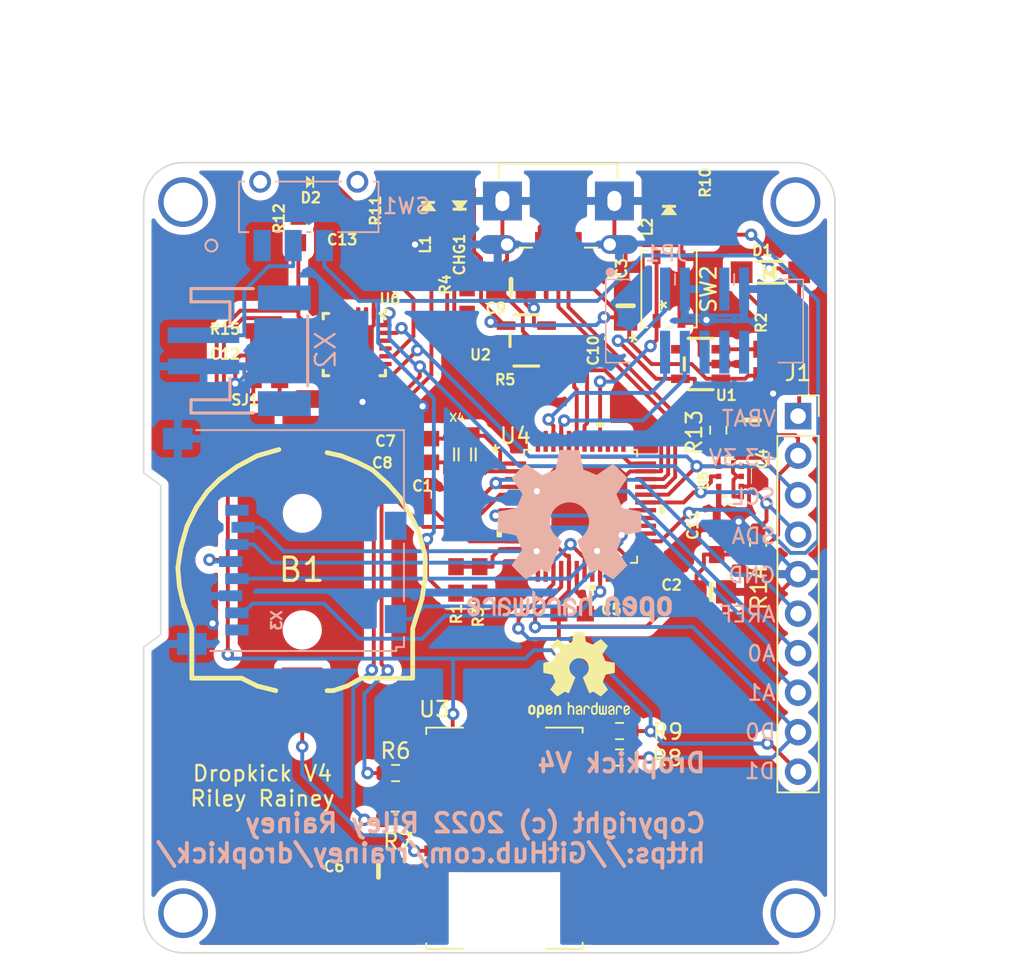
<source format=kicad_pcb>
(kicad_pcb (version 20211014) (generator pcbnew)
  (layers (0 "F.Cu" signal) (31 "B.Cu" signal) (34 "B.Paste" user) (35 "F.Paste" user) (36 "B.SilkS" user "B.Silkscreen") (37 "F.SilkS" user "F.Silkscreen") (38 "B.Mask" user) (39 "F.Mask" user) (44 "Edge.Cuts" user))
  (net 0 "")
  (net 1 "/VBACKUP")
  (net 2 "GND")
  (net 3 "/AREF")
  (net 4 "+3V3")
  (net 5 "VBUS")
  (net 7 "Net-(C7-Pad1)")
  (net 8 "Net-(C8-Pad1)")
  (net 9 "VBAT")
  (net 10 "Net-(C10-Pad1)")
  (net 11 "/REGOUT")
  (net 12 "/CPOUT")
  (net 13 "Net-(CHG1-PadC)")
  (net 14 "Net-(D2-PadA)")
  (net 15 "/EN")
  (net 16 "/D13")
  (net 17 "/D12")
  (net 18 "/D11")
  (net 19 "/D10")
  (net 20 "/D9")
  (net 21 "/D6")
  (net 22 "/D5")
  (net 23 "/SCL")
  (net 24 "/SDA")
  (net 25 "/D1")
  (net 26 "/D0")
  (net 27 "/MISO")
  (net 28 "/MOSI")
  (net 29 "/SCK")
  (net 30 "/A5")
  (net 31 "/A4")
  (net 32 "/A3")
  (net 33 "/A2")
  (net 34 "/A1")
  (net 35 "/A0")
  (net 36 "/~{RESET}")
  (net 37 "/D8")
  (net 38 "Net-(L1-PadC)")
  (net 39 "Net-(L2-PadA)")
  (net 41 "Net-(R7-Pad2)")
  (net 42 "/AD0")
  (net 43 "/SWCLK")
  (net 44 "/SWDIO")
  (net 45 "/SD_CS")
  (net 46 "/D3")
  (net 48 "/D2")
  (net 49 "/D7")
  (net 50 "/D-")
  (net 51 "/D+")
  (net 52 "Net-(SW1-Pad2)")
  (net 54 "Net-(R4-Pad1)")
  (net 55 "Net-(R5-Pad2)")
  (net 56 "Net-(R6-Pad2)")
  (net 57 "/SDA_EXT")
  (net 58 "/SCL_EXT")
  (net 59 "/INT")
  (net 60 "Net-(R8-Pad2)")
  (net 61 "Net-(R9-Pad2)")
  (net 73 "/{slash}RESET")
  (net 74 "/RF")
  (footprint "lib_fp:0603-NO" (layer "F.Cu") (at 71.453 56.85 180)
    (fp_text reference "C12")
    (fp_text value "0.1µF")
  )
  (footprint "lib_fp:CHIPLED_0805_NOOUTLINE" (layer "F.Cu") (at 83.82 47.21 180)
    (fp_text reference "CHG1")
    (fp_text value "ORANGE LED")
  )
  (footprint "lib_fp:0603-NO" (layer "F.Cu") (at 85.1103 71.284 -90)
    (fp_text reference "R3")
    (fp_text value "100K")
  )
  (footprint "lib_fp:KMR211NG LFS" (layer "F.Cu") (at 97.282 52.578 90)
    (fp_text reference "SW2")
    (fp_text value "KMR211NG_LFS" hide)
  )
  (footprint "lib_fp:0805-NO" (layer "F.Cu") (at 100 72.05)
    (fp_text reference "C2")
    (fp_text value "10µF")
  )
  (footprint "Resistor_SMD:R_0603_1608Metric" (layer "F.Cu") (at 79.675 86.7)
    (fp_text reference "R7")
    (fp_text value "33")
  )
  (footprint "lib_fp:0603-NO" (layer "F.Cu") (at 81.1063 62.198 180)
    (fp_text reference "C7")
    (fp_text value "22pF")
  )
  (footprint "lib_fp:MOUNTINGHOLE_2.5_PLATED" (layer "F.Cu") (at 105.41 46.99 90)
    (fp_text reference "H2" hide)
    (fp_text value "MountingHole")
  )
  (footprint "lib_fp:R_0603_1608Metric" (layer "F.Cu") (at 100.45 61.65 -90)
    (fp_text reference "R13")
    (fp_text value "10K")
  )
  (footprint "lib_fp:MOUNTINGHOLE_2.5_PLATED" (layer "F.Cu") (at 66.04 46.99)
    (fp_text reference "H1" hide)
    (fp_text value "MountingHole")
  )
  (footprint "lib_fp:0603-NO" (layer "F.Cu") (at 91.186 57.15 90)
    (fp_text reference "C10")
    (fp_text value "1µF")
  )
  (footprint "lib_fp:0603-NO" (layer "F.Cu") (at 81.1063 63.722 180)
    (fp_text reference "C8")
    (fp_text value "22pF")
  )
  (footprint "lib_fp:CHIPLED_0805_NOOUTLINE" (layer "F.Cu") (at 97.282 47.498)
    (fp_text reference "L2")
    (fp_text value "RED LED")
  )
  (footprint "lib_fp:R_0603_1608Metric" (layer "F.Cu") (at 103.01 68.87 90)
    (fp_text reference "R14")
    (fp_text value "10K")
  )
  (footprint "lib_fp:0603-NO" (layer "F.Cu") (at 88.9 58.547)
    (fp_text reference "R5")
    (fp_text value "1K")
  )
  (footprint "lib_fp:MOUNTINGHOLE_2.5_PLATED" (layer "F.Cu") (at 105.41 92.71)
    (fp_text reference "H4" hide)
    (fp_text value "MountingHole" hide)
  )
  (footprint "lib_fp:0805-NO" (layer "F.Cu") (at 102.6 61 90)
    (fp_text reference "C4")
    (fp_text value "10µF")
  )
  (footprint "lib_fp:CAM-M8C-0" (layer "F.Cu") (at 86.7 87.7 180)
    (fp_text reference "U3")
    (fp_text value "CAM-M8C-0" hide)
  )
  (footprint "lib_fp:0603-NO" (layer "F.Cu") (at 99.568 48.26 90)
    (fp_text reference "R10")
    (fp_text value "2.2K")
  )
  (footprint "lib_fp:MOUNTINGHOLE_2.5_PLATED" (layer "F.Cu") (at 66.04 92.71)
    (fp_text reference "H3" hide)
    (fp_text value "MountingHole")
  )
  (footprint "lib_fp:0603-NO" (layer "F.Cu") (at 91.05 73.45)
    (fp_text reference "C5")
    (fp_text value "1µF")
  )
  (footprint "lib_fp:0603-NO" (layer "F.Cu") (at 83.5863 71.284 90)
    (fp_text reference "R1")
    (fp_text value "100K")
  )
  (footprint "lib_fp:XTAL3215" (layer "F.Cu") (at 84.1543 63.214 90)
    (fp_text reference "X4")
    (fp_text value "32768Hz")
  )
  (footprint "lib_fp:0603-NO" (layer "F.Cu") (at 73.45 48.75 90)
    (fp_text reference "R12")
    (fp_text value "10K")
  )
  (footprint "lib_fp:SOT23-5" (layer "F.Cu") (at 99.314 57.4 90)
    (fp_text reference "U1")
    (fp_text value "SPX3819-3.3")
  )
  (footprint "Symbol:OSHW-Logo2_7.3x6mm_SilkScreen" (layer "F.Cu") (at 91.5 77.4)
    (fp_text reference "REF1" hide)
    (fp_text value "OSHW-Logo2_7.3x6mm_SilkScreen" hide)
  )
  (footprint "lib_fp:0805-NO" (layer "F.Cu") (at 94.488 53.655 90)
    (fp_text reference "C3")
    (fp_text value "10µF")
  )
  (footprint "lib_fp:4UCONN_20329_V2" (layer "F.Cu") (at 90.1696 48.8166 180)
    (fp_text reference "X1" hide)
    (fp_text value "USB micro-B" hide)
  )
  (footprint "lib_fp:0603-NO" (layer "F.Cu") (at 78.9432 49.6316)
    (fp_text reference "C13")
    (fp_text value "2.2nF")
  )
  (footprint "lib_fp:0805-NO" (layer "F.Cu") (at 87.122 52.451 180)
    (fp_text reference "C9")
    (fp_text value "10µF")
  )
  (footprint "lib_fp:CHIPLED_0603_NOOUTLINE" (layer "F.Cu") (at 74.2 45.7 -90)
    (fp_text reference "D2")
    (fp_text value "GREEN LED")
  )
  (footprint "lib_fp:0603-NO" (layer "F.Cu") (at 84.3 53.35 90)
    (fp_text reference "R4")
    (fp_text value "10K")
  )
  (footprint "lib_fp:0603-NO" (layer "F.Cu") (at 82.5543 66.564 180)
    (fp_text reference "C1")
    (fp_text value "1µF")
  )
  (footprint "lib_fp:SOD-123" (layer "F.Cu") (at 103.8 51.5)
    (fp_text reference "D1")
    (fp_text value "MBR120")
  )
  (footprint "lib_fp:0603-NO" (layer "F.Cu") (at 79.756 47.205 -90)
    (fp_text reference "R11")
    (fp_text value "1K")
  )
  (footprint "lib_fp:0805-NO" (layer "F.Cu") (at 78.6 89.9 180)
    (fp_text reference "C6")
    (fp_text value "10µF")
  )
  (footprint "Connector_PinSocket_2.54mm:PinSocket_1x10_P2.54mm_Vertical" (layer "F.Cu") (at 105.58 60.75)
    (fp_text reference "J1")
    (fp_text value "Conn_01x10")
  )
  (footprint "lib_fp:CR1220-2" (layer "F.Cu") (at 73.7 70.5 -90)
    (fp_text reference "B1")
    (fp_text value "CR1220")
  )
  (footprint "lib_fp:QFN24_4MM_SMSC" (layer "F.Cu") (at 77.05 56.15 -90)
    (fp_text reference "U6")
    (fp_text value "MPU-6050")
  )
  (footprint "lib_fp:0603-NO" (layer "F.Cu") (at 71.453 55.274 180)
    (fp_text reference "R15")
    (fp_text value "10K")
  )
  (footprint "Resistor_SMD:R_0603_1608Metric" (layer "F.Cu") (at 94.1 82.7 180)
    (fp_text reference "R8")
    (fp_text value "20" hide)
  )
  (footprint "lib_fp:ATSAMD21G15B-AU" (layer "F.Cu") (at 91.6 66.55)
    (fp_text reference "U4")
    (fp_text value "ATSAMD21G18A-AUT" hide)
  )
  (footprint "lib_fp:CHIPLED_0805_NOOUTLINE" (layer "F.Cu") (at 81.788 47.244)
    (fp_text reference "L1")
    (fp_text value "GREEN LED")
  )
  (footprint "lib_fp:0603-NO" (layer "F.Cu") (at 103.2 57.3 90)
    (fp_text reference "R2")
    (fp_text value "100K")
  )
  (footprint "Resistor_SMD:R_0603_1608Metric" (layer "F.Cu") (at 94.1 81 180)
    (fp_text reference "R9")
    (fp_text value "20" hide)
  )
  (footprint "Resistor_SMD:R_0603_1608Metric" (layer "F.Cu") (at 79.7 83.7)
    (fp_text reference "R6")
    (fp_text value "33")
  )
  (footprint "lib_fp:0603-NO" (layer "F.Cu") (at 71.4 58.45 180)
    (fp_text reference "SJ1")
    (fp_text value "SOLDERJUMPER")
  )
  (footprint "lib_fp:SOT23-5" (layer "F.Cu") (at 88.1079 55.88 90)
    (fp_text reference "U2")
    (fp_text value "MCP73831T-2ACI/OT")
  )
  (footprint "lib_fp:DPS310XTSA1" (layer "F.Cu") (at 101.2 64.95 90)
    (fp_text reference "U5")
    (fp_text value "DPS310XTSA1" hide)
  )
  (footprint "lib_fp:0603-NO" (layer "F.Cu") (at 100.35 68.8 90)
    (fp_text reference "C11")
    (fp_text value "0.1µF")
  )
  (footprint "lib_fp:MICROSD" (layer "B.Cu") (at 80.14 75.8 90)
    (fp_text reference "X3")
    (fp_text value "microsd")
  )
  (footprint "lib_fp:JSTPH2" (layer "B.Cu") (at 71.05 56.55 90)
    (fp_text reference "X2")
    (fp_text value "JSTPH" hide)
  )
  (footprint "lib_fp:450405020524" (layer "B.Cu") (at 71.12 49.784)
    (fp_text reference "SW1")
    (fp_text value "450405020524" hide)
  )
  (footprint "lib_fp:3221-10-0300-00-TR" (layer "B.Cu") (at 99.568 54.61)
    (fp_text reference "JP1")
    (fp_text value "3221-10-0300-00-TR" hide)
  )
  (footprint "lib_fp:OSHW-Logo2_14.6x12mm_SilkScreen" (layer "B.Cu") (at 90.88 68.48 180)
    (fp_text reference "REF2" hide)
    (fp_text value "OSHW-Logo2_14.6x12mm_SilkScreen" hide)
  )
  (gr_line (start 64.6 65.2) (end 63.5 64.4) (layer "Edge.Cuts") (width 0.1))
  (gr_line (start 84.836 95.25) (end 70.104 95.25) (layer "Edge.Cuts") (width 0.1))
  (gr_line (start 105.41 95.25) (end 84.836 95.25) (layer "Edge.Cuts") (width 0.1))
  (gr_line (start 64.6 74.8) (end 64.6 65.2) (layer "Edge.Cuts") (width 0.1))
  (gr_arc (start 63.5 46.99) (mid 64.243949 45.193949) (end 66.04 44.45) (layer "Edge.Cuts") (width 0.1))
  (gr_arc (start 105.41 44.45) (mid 107.206051 45.193949) (end 107.95 46.99) (layer "Edge.Cuts") (width 0.1))
  (gr_arc (start 66.04 95.25) (mid 64.243949 94.506051) (end 63.5 92.71) (layer "Edge.Cuts") (width 0.1))
  (gr_line (start 63.5 64.4) (end 63.5 46.99) (layer "Edge.Cuts") (width 0.1))
  (gr_line (start 105.41 44.45) (end 66.04 44.45) (layer "Edge.Cuts") (width 0.1))
  (gr_line (start 107.95 92.71) (end 107.95 46.99) (layer "Edge.Cuts") (width 0.1))
  (gr_line (start 63.5 92.71) (end 63.5 75.6) (layer "Edge.Cuts") (width 0.1))
  (gr_line (start 70.104 95.25) (end 66.04 95.25) (layer "Edge.Cuts") (width 0.1))
  (gr_arc (start 107.95 92.71) (mid 107.206051 94.506051) (end 105.41 95.25) (layer "Edge.Cuts") (width 0.1))
  (gr_line (start 63.5 75.6) (end 64.6 74.8) (layer "Edge.Cuts") (width 0.1))
  (gr_text "VBAT" (at 102.41 60.9) (layer "B.SilkS") (effects (font (size 1 1)) (justify mirror)))
  (gr_text "Dropkick V4\n\nCopyright (c) 2022 Riley Rainey\nhttps://GitHub.com/rrainey/dropkick/" (at 99.76 85.95) (layer "B.SilkS") (effects (font (size 1.2 1.2) (thickness 0.25)) (justify left mirror)))
  (gr_text "AREF" (at 102.316667 73.49444) (layer "B.SilkS") (effects (font (size 1 1)) (justify mirror)))
  (gr_text "GND" (at 102.602381 70.975552) (layer "B.SilkS") (effects (font (size 1 1)) (justify mirror)))
  (gr_text "SCL" (at 102.745238 65.937776) (layer "B.SilkS") (effects (font (size 1 1)) (justify mirror)))
  (gr_text "D1" (at 103.12 83.57) (layer "B.SilkS") (effects (font (size 1 1)) (justify mirror)))
  (gr_text "A0" (at 103.221429 76.013328) (layer "B.SilkS") (effects (font (size 1 1)) (justify mirror)))
  (gr_text "D0" (at 103.15 81.051104) (layer "B.SilkS") (effects (font (size 1 1)) (justify mirror)))
  (gr_text "A1" (at 103.221429 78.532216) (layer "B.SilkS") (effects (font (size 1 1)) (justify mirror)))
  (gr_text "+3.3V" (at 102.08 63.418888) (layer "B.SilkS") (effects (font (size 1 1)) (justify mirror)))
  (gr_text "SDA" (at 102.721429 68.456664) (layer "B.SilkS") (effects (font (size 1 1)) (justify mirror)))
  (gr_text "Dropkick V4\nRiley Rainey" (at 71.14 84.53) (layer "F.SilkS") (effects (font (size 1 1))))
  (segment (start 73.7 81.6) (end 73.7 82) (width 0.25) (layer "F.Cu") (net 1))
  (segment (start 82.3 88.700001) (end 81.200001 88.700001) (width 0.25) (layer "F.Cu") (net 1))
  (segment (start 73.7 78.91) (end 73.7 81.6) (width 0.25) (layer "F.Cu") (net 1))
  (segment (start 81.200001 88.700001) (end 80.9 88.7) (width 0.25) (layer "F.Cu") (net 1))
  (via (at 73.7 82) (size 0.8) (drill 0.4) (layers "F.Cu" "B.Cu") (net 1))
  (via (at 80.9 88.7) (size 0.8) (drill 0.4) (layers "F.Cu" "B.Cu") (net 1))
  (segment (start 73.7 82) (end 73.7 83.8) (width 0.25) (layer "B.Cu") (net 1))
  (segment (start 79.9 87.7) (end 77.6 87.7) (width 0.25) (layer "B.Cu") (net 1))
  (segment (start 80.9 88.7) (end 79.9 87.7) (width 0.25) (layer "B.Cu") (net 1))
  (segment (start 73.7 83.8) (end 77.6 87.7) (width 0.25) (layer "B.Cu") (net 1))
  (segment (start 85.8574 57.4484) (end 83.4747 55.0657) (width 0.25) (layer "F.Cu") (net 2))
  (segment (start 99.6888 54.5678) (end 99.6888 57.4) (width 0.25) (layer "F.Cu") (net 2))
  (segment (start 104.44 72.05) (end 105.58 70.91) (width 0.25) (layer "F.Cu") (net 2))
  (segment (start 90.3333 56.2726) (end 90.3333 55.88) (width 0.25) (layer "F.Cu") (net 2))
  (segment (start 95.6365 49.7582) (end 98.082 49.7582) (width 0.25) (layer "F.Cu") (net 2))
  (segment (start 92.0113 57.8004) (end 93.1597 57.8004) (width 0.25) (layer "F.Cu") (net 2))
  (segment (start 80.8642 49.6316) (end 80.9492 49.7166) (width 0.25) (layer "F.Cu") (net 2))
  (segment (start 89.408 55.88) (end 90.3333 55.88) (width 0.25) (layer "F.Cu") (net 2))
  (segment (start 80.2563 64.5473) (end 80.5129 64.5473) (width 0.25) (layer "F.Cu") (net 2))
  (segment (start 80.6685 49.6316) (end 80.8642 49.6316) (width 0.25) (layer "F.Cu") (net 2))
  (segment (start 94.6193 69.7191) (end 94.9595 70.0593) (width 0.25) (layer "F.Cu") (net 2))
  (segment (start 88.4827 55.88) (end 88.4827 56.4944) (width 0.25) (layer "F.Cu") (net 2))
  (segment (start 87.4217 65.8) (end 86.4233 65.8) (width 0.25) (layer "F.Cu") (net 2))
  (segment (start 98.082 54.4355) (end 98.082 54.2431) (width 0.25) (layer "F.Cu") (net 2))
  (segment (start 77.2178 51.9406) (end 77.2178 48.8675) (width 0.25) (layer "F.Cu") (net 2))
  (segment (start 88.9703 49.4909) (end 88.9703 48.5912) (width 0.25) (layer "F.Cu") (net 2))
  (segment (start 90.3607 56.3) (end 90.3333 56.2726) (width 0.25) (layer "F.Cu") (net 2))
  (segment (start 97.282 46.448) (end 96.3567 46.448) (width 0.25) (layer "F.Cu") (net 2))
  (segment (start 86.172 52.451) (end 86.172 51.3757) (width 0.25) (layer "F.Cu") (net 2))
  (segment (start 101.925 65.275) (end 102.4253 65.275) (width 0.25) (layer "F.Cu") (net 2))
  (segment (start 92.0113 61.2119) (end 92.0113 57.8004) (width 0.25) (layer "F.Cu") (net 2))
  (segment (start 100.95 72.05) (end 104.44 72.05) (width 0.25) (layer "F.Cu") (net 2))
  (segment (start 79.7932 49.6316) (end 80.6685 49.6316) (width 0.25) (layer "F.Cu") (net 2))
  (segment (start 87.5287 57.4484) (end 85.8574 57.4484) (width 0.25) (layer "F.Cu") (net 2))
  (segment (start 79.7932 49.6316) (end 79.7932 48.9675) (width 0.25) (layer "F.Cu") (net 2))
  (segment (start 80.5129 64.5473) (end 81.7043 65.7387) (width 0.25) (layer "F.Cu") (net 2))
  (segment (start 91.9 72.6247) (end 91.35 72.0747) (width 0.25) (layer "F.Cu") (net 2))
  (segment (start 90.9196 48.1419) (end 89.4196 48.1419) (width 0.25) (layer "F.Cu") (net 2))
  (segment (start 98.082 54.2431) (end 98.082 50.528) (width 0.25) (layer "F.Cu") (net 2))
  (segment (start 80.2563 61.3727) (end 81.4365 60.1925) (width 0.25) (layer "F.Cu") (net 2))
  (segment (start 103.6753 59.5959) (end 103.9731 59.2981) (width 0.25) (layer "F.Cu") (net 2))
  (segment (start 88.4827 56.4944) (end 87.5287 57.4484) (width 0.25) (layer "F.Cu") (net 2))
  (segment (start 84.8092 67.4141) (end 82.7443 67.4141) (width 0.25) (layer "F.Cu") (net 2))
  (segment (start 99.5565 54.4355) (end 99.6888 54.5678) (width 0.25) (layer "F.Cu") (net 2))
  (segment (start 102.4253 63.975) (end 102.4253 65.275) (width 0.25) (layer "F.Cu") (net 2))
  (segment (start 100.475 65.925) (end 100.475 65.275) (width 0.25) (layer "F.Cu") (net 2))
  (segment (start 73.73 62.73) (end 73.73 62.03) (width 0.25) (layer "F.Cu") (net 2))
  (segment (start 87.8828 55.2801) (end 88.4827 55.88) (width 0.25) (layer "F.Cu") (net 2))
  (segment (start 79.756 48.055) (end 79.756 48.9303) (width 0.25) (layer "F.Cu") (net 2))
  (segment (start 86.172 52.451) (end 87.8828 54.1618) (width 0.25) (layer "F.Cu") (net 2))
  (segment (start 88.8696 49.5916) (end 88.9703 49.4909) (width 0.25) (layer "F.Cu") (net 2))
  (segment (start 100.6141 57.4) (end 99.6888 57.4) (width 0.25) (layer "F.Cu") (net 2))
  (segment (start 74.95 45.7) (end 75.6753 45.7) (width 0.25) (layer "F.Cu") (net 2))
  (segment (start 96.7767 61.4174) (end 96.7767 64.3) (width 0.25) (layer "F.Cu") (net 2))
  (segment (start 99.5247 67.95) (end 97.4154 70.0593) (width 0.25) (layer "F.Cu") (net 2))
  (segment (start 95.5949 49.7166) (end 95.6365 49.7582) (width 0.25) (layer "F.Cu") (net 2))
  (segment (start 90.9196 46.8166) (end 90.9196 48.1419) (width 0.25) (layer "F.Cu") (net 2))
  (segment (start 80.2563 62.198) (end 80.2563 61.3727) (width 0.25) (layer "F.Cu") (net 2))
  (segment (start 93.1597 57.8004) (end 96.7767 61.4174) (width 0.25) (layer "F.Cu") (net 2))
  (segment (start 101.4073 67.718) (end 101.4073 67.5352) (width 0.25) (layer "F.Cu") (net 2))
  (segment (start 93.1701 65.9098) (end 93.1701 68.4044) (width 0.25) (layer "F.Cu") (net 2))
  (segment (start 91.9 73.45) (end 92.9115 73.45) (width 0.25) (layer "F.Cu") (net 2))
  (segment (start 94.4848 69.7191) (end 94.6193 69.7191) (width 0.25) (layer "F.Cu") (net 2))
  (segment (start 82.7443 67.4141) (end 81.7043 66.3741) (width 0.25) (layer "F.Cu") (net 2))
  (segment (start 97.4154 70.0593) (end 94.9595 70.0593) (width 0.25) (layer "F.Cu") (net 2))
  (segment (start 78.3 58.676196) (end 77.5755 59.400696) (width 0.25) (layer "F.Cu") (net 2))
  (segment (start 80.2563 63.722) (end 80.2563 64.5473) (width 0.25) (layer "F.Cu") (net 2))
  (segment (start 77.5755 59.400696) (end 77.5755 59.8355) (width 0.25) (layer "F.Cu") (net 2))
  (segment (start 92.9115 73.45) (end 94.9595 71.402) (width 0.25) (layer "F.Cu") (net 2))
  (segment (start 93.7696 46.9166) (end 93.7696 49.7166) (width 0.25) (layer "F.Cu") (net 2))
  (segment (start 86.8696 49.7166) (end 88.7446 49.7166) (width 0.25) (layer "F.Cu") (net 2))
  (segment (start 83.4747 55.0657) (end 83.4747 52.5) (width 0.25) (layer "F.Cu") (net 2))
  (segment (start 86.4233 65.8) (end 84.8092 67.4141) (width 0.25) (layer "F.Cu") (net 2))
  (segment (start 77.05 56.9) (end 75.05 56.9) (width 0.25) (layer "F.Cu") (net 2))
  (segment (start 86.8696 50.6781) (end 86.172 51.3757) (width 0.25) (layer "F.Cu") (net 2))
  (segment (start 100.475 65.925) (end 100.475 66.4253) (width 0.25) (layer "F.Cu") (net 2))
  (segment (start 86.5696 49.4166) (end 86.5696 46.9166) (width 0.25) (layer "F.Cu") (net 2))
  (segment (start 103.6753 60.05) (end 103.6753 59.5959) (width 0.25) (layer "F.Cu") (net 2))
  (segment (start 78.3 54.15) (end 78.3 53.0228) (width 0.25) (layer "F.Cu") (net 2))
  (segment (start 95.8881 46.9166) (end 96.3567 46.448) (width 0.25) (layer "F.Cu") (net 2))
  (segment (start 77.2178 48.8675) (end 78.0303 48.055) (width 0.25) (layer "F.Cu") (net 2))
  (segment (start 86.8696 49.7166) (end 86.8696 50.6781) (width 0.25) (layer "F.Cu") (net 2))
  (segment (start 80.2563 63.722) (end 80.2563 62.198) (width 0.25) (layer "F.Cu") (net 2))
  (segment (start 69.7277 56.85) (end 69.391 57.1867) (width 0.25) (layer "F.Cu") (net 2))
  (segment (start 101.4073 67.3576) (end 100.475 66.4253) (width 0.25) (layer "F.Cu") (net 2))
  (segment (start 88.5953 55.88) (end 88.4827 55.88) (width 0.25) (layer "F.Cu") (net 2))
  (segment (start 100.35 67.95) (end 99.5247 67.95) (width 0.25) (layer "F.Cu") (net 2))
  (segment (start 98.082 54.4355) (end 99.5565 54.4355) (width 0.25) (layer "F.Cu") (net 2))
  (segment (start 91.35 72.0747) (end 91.35 70.7283) (width 0.25) (layer "F.Cu") (net 2))
  (segment (start 93.1701 68.4044) (end 94.4848 69.7191) (width 0.25) (layer "F.Cu") (net 2))
  (segment (start 91.85 61.3732) (end 92.0113 61.2119) (width 0.25) (layer "F.Cu") (net 2))
  (segment (start 90.8722 56.3) (end 90.3607 56.3) (width 0.25) (layer "F.Cu") (net 2))
  (segment (start 81.4365 60.1925) (end 81.4365 60.1169) (width 0.25) (layer "F.Cu") (net 2))
  (segment (start 94.488 52.705) (end 94.488 49.7166) (width 0.25) (layer "F.Cu") (net 2))
  (segment (start 88.7446 49.7166) (end 88.8696 49.5916) (width 0.25) (layer "F.Cu") (net 2))
  (segment (start 101.7621 67.5352) (end 102.4253 66.872) (width 0.25) (layer "F.Cu") (net 2))
  (segment (start 96.7767 64.3) (end 94.7799 64.3) (width 0.25) (layer "F.Cu") (net 2))
  (segment (start 92.0113 57.8004) (end 92.0113 56.3) (width 0.25) (layer "F.Cu") (net 2))
  (segment (start 70.603 56.85) (end 69.7277 56.85) (width 0.25) (layer "F.Cu") (net 2))
  (segment (start 78.3 58.15) (end 78.3 58.676196) (width 0.25) (layer "F.Cu") (net 2))
  (segment (start 70.603 56.85) (end 70.603 55.274) (width 0.25) (layer "F.Cu") (net 2))
  (segment (start 75.6753 45.7) (end 78.0303 48.055) (width 0.25) (layer "F.Cu") (net 2))
  (segment (start 101.7621 67.5352) (end 101.4073 67.5352) (width 0.25) (layer "F.Cu") (net 2))
  (segment (start 94.9595 71.402) (end 94.9595 70.0593) (width 0.25) (layer "F.Cu") (net 2))
  (segment (start 94.7799 64.3) (end 93.1701 65.9098) (width 0.25) (layer "F.Cu") (net 2))
  (segment (start 100.35 67.95) (end 101.1753 67.95) (width 0.25) (layer "F.Cu") (net 2))
  (segment (start 101.1753 67.95) (end 101.4073 67.718) (width 0.25) (layer "F.Cu") (net 2))
  (segment (start 78.3 57.6813) (end 77.5187 56.9) (width 0.25) (layer "F.Cu") (net 2))
  (segment (start 93.7696 46.9166) (end 95.8881 46.9166) (width 0.25) (layer "F.Cu") (net 2))
  (segment (start 101.925 63.975) (end 102.4253 63.975) (width 0.25) (layer "F.Cu") (net 2))
  (segment (start 101.4073 67.5352) (end 101.4073 67.3576) (width 0.25) (layer "F.Cu") (net 2))
  (segment (start 89.4196 46.8166) (end 89.4196 48.1419) (width 0.25) (layer "F.Cu") (net 2))
  (segment (start 94.488 49.7166) (end 95.5949 49.7166) (width 0.25) (layer "F.Cu") (net 2))
  (segment (start 84.3 52.5) (end 83.4747 52.5) (width 0.25) (layer "F.Cu") (net 2))
  (segment (start 75.9245 59.8355) (end 77.5755 59.8355) (width 0.25) (layer "F.Cu") (net 2))
  (segment (start 78.0303 48.055) (end 79.756 48.055) (width 0.25) (layer "F.Cu") (net 2))
  (segment (start 88.9703 48.5912) (end 89.4196 48.1419) (width 0.25) (layer "F.Cu") (net 2))
  (segment (start 89.408 55.88) (end 88.5953 55.88) (width 0.25) (layer "F.Cu") (net 2))
  (segment (start 78.3 53.0228) (end 77.2178 51.9406) (width 0.25) (layer "F.Cu") (net 2))
  (segment (start 79.7932 48.9675) (end 79.756 48.9303) (width 0.25) (layer "F.Cu") (net 2))
  (segment (start 77.05 56.15) (end 78.3 54.9) (width 0.25) (layer "F.Cu") (net 2))
  (segment (start 73.73 62.03) (end 75.9245 59.8355) (width 0.25) (layer "F.Cu") (net 2))
  (segment (start 69.391 57.1867) (end 69.391 58.6543) (width 0.25) (layer "F.Cu") (net 2))
  (segment (start 78.3 58.15) (end 78.3 57.6813) (width 0.25) (layer "F.Cu") (net 2))
  (segment (start 78.3 54.9) (end 78.3 54.15) (width 0.25) (layer "F.Cu") (net 2))
  (segment (start 91.85 62.3717) (end 91.85 61.3732) (width 0.25) (layer "F.Cu") (net 2))
  (segment (start 98.082 50.528) (end 98.082 49.7582) (width 0.25) (layer "F.Cu") (net 2))
  (segment (start 102.4253 66.872) (end 102.4253 65.275) (width 0.25) (layer "F.Cu") (net 2))
  (segment (start 81.7043 66.2639) (end 81.7043 65.7387) (width 0.25) (layer "F.Cu") (net 2))
  (segment (start 102.6 60.05) (end 103.6753 60.05) (width 0.25) (layer "F.Cu") (net 2))
  (segment (start 91.186 56.3) (end 92.0113 56.3) (width 0.25) (layer "F.Cu") (net 2))
  (segment (start 91.9 73.45) (end 91.9 72.6247) (width 0.25) (layer "F.Cu") (net 2))
  (segment (start 87.8828 54.1618) (end 87.8828 55.2801) (width 0.25) (layer "F.Cu") (net 2))
  (via (at 80.9492 49.7166) (size 0.8) (drill 0.4) (layers "F.Cu" "B.Cu") (net 2))
  (via (at 99.6888 54.5678) (size 0.8) (drill 0.4) (layers "F.Cu" "B.Cu") (net 2))
  (via (at 101.7621 67.5352) (size 0.8) (drill 0.4) (layers "F.Cu" "B.Cu") (net 2))
  (via (at 69.391 58.6543) (size 0.8) (drill 0.4) (layers "F.Cu" "B.Cu") (net 2))
  (via (at 103.9731 59.2981) (size 0.8) (drill 0.4) (layers "F.Cu" "B.Cu") (net 2))
  (via (at 81.4365 60.1169) (size 0.8) (drill 0.4) (layers "F.Cu" "B.Cu") (net 2))
  (via (at 67.9339 74.0759) (size 0.8) (drill 0.4) (layers "F.Cu" "B.Cu") (net 2))
  (via (at 77.5755 59.8355) (size 0.8) (drill 0.4) (layers "F.Cu" "B.Cu") (net 2))
  (segment (start 81.1551 59.8355) (end 77.5755 59.8355) (width 0.25) (layer "B.Cu") (net 2))
  (segment (start 67.35 57.55) (end 69.9753 57.55) (width 0.25) (layer "B.Cu") (net 2))
  (segment (start 69.1 72.3) (end 68.0247 72.3) (width 0.25) (layer "B.Cu") (net 2))
  (segment (start 99.7092 54.5474) (end 99.6888 54.5678) (width 0.25) (layer "B.Cu") (net 2))
  (segment (start 86.8696 49.7166) (end 80.9492 49.7166) (width 0.25) (layer "B.Cu") (net 2))
  (segment (start 67.4164 73.5584) (end 67.4164 72.9083) (width 0.25) (layer "B.Cu") (net 2))
  (segment (start 103.09 68.42) (end 105.58 70.91) (width 0.25) (layer "B.Cu") (net 2))
  (segment (start 67.4163 73.5584) (end 66.6 74.3747) (width 0.25) (layer "B.Cu") (net 2))
  (segment (start 99.7092 54.4265) (end 99.568 54.2853) (width 0.25) (layer "B.Cu") (net 2))
  (segment (start 69.9753 58.198) (end 69.9753 57.55) (width 0.25) (layer "B.Cu") (net 2))
  (segment (start 67.4164 73.5584) (end 67.4163 73.5584) (width 0.25) (layer "B.Cu") (net 2))
  (segment (start 66.6 75.4) (end 66.6 74.3747) (width 0.25) (layer "B.Cu") (net 2))
  (segment (start 69.9753 58.198) (end 75.938 58.198) (width 0.25) (layer "B.Cu") (net 2))
  (segment (start 67.4164 72.9083) (end 68.0247 72.3) (width 0.25) (layer "B.Cu") (net 2))
  (segment (start 68.2204 58.6543) (end 69.391 58.6543) (width 0.25) (layer "B.Cu") (net 2))
  (segment (start 75.938 58.198) (end 77.5755 59.8355) (width 0.25) (layer "B.Cu") (net 2))
  (segment (start 103.9731 56.1504) (end 103.9731 59.2981) (width 0.25) (layer "B.Cu") (net 2))
  (segment (start 102.6469 68.42) (end 103.09 68.42) (width 0.25) (layer "B.Cu") (net 2))
  (segment (start 102.108 52.58) (end 102.108 54.2853) (width 0.25) (layer "B.Cu") (net 2))
  (segment (start 99.8504 54.2853) (end 99.7092 54.4265) (width 0.25) (layer "B.Cu") (net 2))
  (segment (start 67.9339 74.0759) (end 67.4164 73.5584) (width 0.25) (layer "B.Cu") (net 2))
  (segment (start 81.4365 60.1169) (end 81.1551 59.8355) (width 0.25) (layer "B.Cu") (net 2))
  (segment (start 102.108 54.2853) (end 103.9731 56.1504) (width 0.25) (layer "B.Cu") (net 2))
  (segment (start 69.391 58.6543) (end 69.519 58.6543) (width 0.25) (layer "B.Cu") (net 2))
  (segment (start 102.6469 68.42) (end 101.7621 67.5352) (width 0.25) (layer "B.Cu") (net 2))
  (segment (start 65.7 62.2) (end 65.7 61.1747) (width 0.25) (layer "B.Cu") (net 2))
  (segment (start 98.298 54.2853) (end 99.568 54.2853) (width 0.25) (layer "B.Cu") (net 2))
  (segment (start 99.7092 54.4265) (end 99.7092 54.5474) (width 0.25) (layer "B.Cu") (net 2))
  (segment (start 98.298 52.58) (end 98.298 54.2853) (width 0.25) (layer "B.Cu") (net 2))
  (segment (start 65.7 61.1747) (end 68.2204 58.6543) (width 0.25) (layer "B.Cu") (net 2))
  (segment (start 69.519 58.6543) (end 69.9753 58.198) (width 0.25) (layer "B.Cu") (net 2))
  (segment (start 93.4696 49.7166) (end 86.8696 49.7166) (width 0.25) (layer "B.Cu") (net 2))
  (segment (start 102.108 54.2853) (end 99.8504 54.2853) (width 0.25) (layer "B.Cu") (net 2))
  (segment (start 99.568 52.58) (end 99.568 54.2853) (width 0.25) (layer "B.Cu") (net 2))
  (segment (start 84.6306 66.564) (end 83.4043 66.564) (width 0.25) (layer "F.Cu") (net 3))
  (segment (start 86.1409 65.0537) (end 84.6306 66.564) (width 0.25) (layer "F.Cu") (net 3))
  (segment (start 86.3872 65.3) (end 86.1409 65.0537) (width 0.25) (layer "F.Cu") (net 3))
  (segment (start 87.4217 65.3) (end 86.3872 65.3) (width 0.25) (layer "F.Cu") (net 3))
  (via (at 86.1409 65.0537) (size 0.8) (drill 0.4) (layers "F.Cu" "B.Cu") (net 3))
  (segment (start 86.1409 65.0537) (end 86.35 64.8446) (width 0.25) (layer "B.Cu") (net 3))
  (segment (start 95.4168 64.8446) (end 101.5322 70.96) (width 0.25) (layer "B.Cu") (net 3))
  (segment (start 101.5322 70.96) (end 103.09 70.96) (width 0.25) (layer "B.Cu") (net 3))
  (segment (start 86.35 64.8446) (end 95.4168 64.8446) (width 0.25) (layer "B.Cu") (net 3))
  (segment (start 103.09 70.96) (end 105.58 73.45) (width 0.25) (layer "B.Cu") (net 3))
  (segment (start 98.9392 59.3142) (end 100.45 60.825) (width 0.25) (layer "F.Cu") (net 4))
  (segment (start 74.5215 55.4) (end 73.45 54.3285) (width 0.25) (layer "F.Cu") (net 4))
  (segment (start 95.8494 74.2753) (end 90.2 74.2753) (width 0.25) (layer "F.Cu") (net 4))
  (segment (start 98.9392 58.35) (end 98.9392 59.3142) (width 0.25) (layer "F.Cu") (net 4))
  (segment (start 90.85 70.7283) (end 90.85 69.7299) (width 0.25) (layer "F.Cu") (net 4))
  (segment (start 68.9171 69.9875) (end 68.9171 76.0829) (width 0.25) (layer "F.Cu") (net 4))
  (segment (start 104.3641 64.5059) (end 105.58 63.29) (width 0.25) (layer "F.Cu") (net 4))
  (segment (start 105.3953 61.9753) (end 102.6253 61.9753) (width 0.25) (layer "F.Cu") (net 4))
  (segment (start 102.6 61.95) (end 101.5247 61.95) (width 0.25) (layer "F.Cu") (net 4))
  (segment (start 105.58 62.16) (end 105.3953 61.9753) (width 0.25) (layer "F.Cu") (net 4))
  (segment (start 104.3 64.5059) (end 103.2291 63.435) (width 0.25) (layer "F.Cu") (net 4))
  (segment (start 80.5253 89.9) (end 80.7253 89.7) (width 0.25) (layer "F.Cu") (net 4))
  (segment (start 90.6706 69.7299) (end 90.85 69.7299) (width 0.25) (layer "F.Cu") (net 4))
  (segment (start 82.3 81.7) (end 83.3753 81.7) (width 0.25) (layer "F.Cu") (net 4))
  (segment (start 75.05 55.4) (end 74.5215 55.4) (width 0.25) (layer "F.Cu") (net 4))
  (segment (start 83.3753 81.7) (end 83.3753 79.9247) (width 0.25) (layer "F.Cu") (net 4))
  (segment (start 99.05 71.8032) (end 99.05 70.9747) (width 0.25) (layer "F.Cu") (net 4))
  (segment (start 87.4217 66.3) (end 88.3533 66.3) (width 0.25) (layer "F.Cu") (net 4))
  (segment (start 89.0871 66.304) (end 89.0871 68.1464) (width 0.25) (layer "F.Cu") (net 4))
  (segment (start 89.5169 64.6094) (end 90.7562 63.3701) (width 0.25) (layer "F.Cu") (net 4))
  (segment (start 94.35 63.3701) (end 90.85 63.3701) (width 0.25) (layer "F.Cu") (net 4))
  (segment (start 101.5247 61.8997) (end 101.5247 61.95) (width 0.25) (layer "F.Cu") (net 4))
  (segment (start 101.3908 64.3659) (end 101.6499 64.625) (width 0.25) (layer "F.Cu") (net 4))
  (segment (start 99.9374 69.65) (end 99.5247 69.65) (width 0.25) (layer "F.Cu") (net 4))
  (segment (start 101.3908 63.6499) (end 101.3908 64.3659) (width 0.25) (layer "F.Cu") (net 4))
  (segment (start 72.25 59.2753) (end 71.6269 59.8984) (width 0.25) (layer "F.Cu") (net 4))
  (segment (start 104.3 64.5059) (end 104.3641 64.5059) (width 0.25) (layer "F.Cu") (net 4))
  (segment (start 101.8752 64.625) (end 101.6499 64.625) (width 0.25) (layer "F.Cu") (net 4))
  (segment (start 105.58 63.29) (end 105.58 62.16) (width 0.25) (layer "F.Cu") (net 4))
  (segment (start 68.2 59.1813) (end 68.2 55.493) (width 0.25) (layer "F.Cu") (net 4))
  (segment (start 68.9171 69.9875) (end 67.7355 69.9875) (width 0.25) (layer "F.Cu") (net 4))
  (segment (start 90.2 73.45) (end 90.2 74.2753) (width 0.25) (layer "F.Cu") (net 4))
  (segment (start 98.0139 58.35) (end 98.9392 58.35) (width 0.25) (layer "F.Cu") (net 4))
  (segment (start 83.3753 89.7) (end 83.3753 81.7) (width 0.25) (layer "F.Cu") (net 4))
  (segment (start 99.5247 70.5) (end 99.05 70.9747) (width 0.25) (layer "F.Cu") (net 4))
  (segment (start 89.5169 65.8742) (end 89.5169 64.6094) (width 0.25) (layer "F.Cu") (net 4))
  (segment (start 75.8 58.15) (end 75.5 58.45) (width 0.25) (layer "F.Cu") (net 4))
  (segment (start 101.4247 64.8502) (end 101.4247 65.925) (width 0.25) (layer "F.Cu") (net 4))
  (segment (start 71.6269 59.8984) (end 68.9171 59.8984) (width 0.25) (layer "F.Cu") (net 4))
  (segment (start 98.0747 72.05) (end 95.8494 74.2753) (width 0.25) (layer "F.Cu") (net 4))
  (segment (start 100.35 69.65) (end 103.025 69.65) (width 0.25) (layer "F.Cu") (net 4))
  (segment (start 68.9171 59.8984) (end 68.2 59.1813) (width 0.25) (layer "F.Cu") (net 4))
  (segment (start 96.45 58.35) (end 94 55.9) (width 0.25) (layer "F.Cu") (net 4))
  (segment (start 104.3 68.37) (end 104.3 64.5059) (width 0.25) (layer "F.Cu") (net 4))
  (segment (start 72.25 58.45) (end 72.25 59.2753) (width 0.25) (layer "F.Cu") (net 4))
  (segment (start 68.2 55.493) (end 69.7194 53.9736) (width 0.25) (layer "F.Cu") (net 4))
  (segment (start 90.2 72.6247) (end 90.85 71.9747) (width 0.25) (layer "F.Cu") (net 4))
  (segment (start 73.45 53.9736) (end 73.45 49.6) (width 0.25) (layer "F.Cu") (net 4))
  (segment (start 89.0871 66.304) (end 89.5169 65.8742) (width 0.25) (layer "F.Cu") (net 4))
  (segment (start 100.45 60.825) (end 101.5247 61.8997) (width 0.25) (layer "F.Cu") (net 4))
  (segment (start 99.9374 69.65) (end 100.35 69.65) (width 0.25) (layer "F.Cu") (net 4))
  (segment (start 68.9171 59.8984) (end 68.9171 69.9875) (width 0.25) (layer "F.Cu") (net 4))
  (segment (start 103.2291 63.435) (end 101.6057 63.435) (width 0.25) (layer "F.Cu") (net 4))
  (segment (start 88.3573 66.304) (end 89.0871 66.304) (width 0.25) (layer "F.Cu") (net 4))
  (segment (start 103.15 69.52) (end 104.3 68.37) (width 0.25) (layer "F.Cu") (net 4))
  (segment (start 101.925 65.925) (end 101.4247 65.925) (width 0.25) (layer "F.Cu") (net 4))
  (segment (start 90.2 74.2753) (end 90.2 75.7) (width 0.25) (layer "F.Cu") (net 4))
  (segment (start 99.5247 69.65) (end 99.5247 70.5) (width 0.25) (layer "F.Cu") (net 4))
  (segment (start 73.45 54.3285) (end 73.45 53.9736) (width 0.25) (layer "F.Cu") (net 4))
  (segment (start 90.7562 63.3701) (end 90.85 63.3701) (width 0.25) (layer "F.Cu") (net 4))
  (segment (start 82.3 89.7) (end 83.3753 89.7) (width 0.25) (layer "F.Cu") (net 4))
  (segment (start 90.85 62.3717) (end 90.85 63.3701) (width 0.25) (layer "F.Cu") (net 4))
  (segment (start 90.85 71.9747) (end 90.85 70.7283) (width 0.25) (layer "F.Cu") (net 4))
  (segment (start 90.2 75.7) (end 90.1 75.8) (width 0.25) (layer "F.Cu") (net 4))
  (segment (start 79.55 89.9) (end 80.5253 89.9) (width 0.25) (layer "F.Cu") (net 4))
  (segment (start 75.5 58.45) (end 72.25 58.45) (width 0.25) (layer "F.Cu") (net 4))
  (segment (start 101.6499 64.625) (end 101.4247 64.8502) (width 0.25) (layer "F.Cu") (net 4))
  (segment (start 98.0139 58.35) (end 96.45 58.35) (width 0.25) (layer "F.Cu") (net 4))
  (segment (start 101.6057 63.435) (end 101.3908 63.6499) (width 0.25) (layer "F.Cu") (net 4))
  (segment (start 95.7783 63.8) (end 94.7799 63.8) (width 0.25) (layer "F.Cu") (net 4))
  (segment (start 99.05 72.05) (end 98.0747 72.05) (width 0.25) (layer "F.Cu") (net 4))
  (segment (start 94.7799 63.8) (end 94.35 63.3701) (width 0.25) (layer "F.Cu") (net 4))
  (segment (start 80.7253 89.7) (end 82.3 89.7) (width 0.25) (layer "F.Cu") (net 4))
  (segment (start 83.3753 79.9247) (end 83.4 79.9) (width 0.25) (layer "F.Cu") (net 4))
  (segment (start 88.3533 66.3) (end 88.3573 66.304) (width 0.25) (layer "F.Cu") (net 4))
  (segment (start 69.7194 53.9736) (end 73.45 53.9736) (width 0.25) (layer "F.Cu") (net 4))
  (segment (start 89.0871 68.1464) (end 90.6706 69.7299) (width 0.25) (layer "F.Cu") (net 4))
  (segment (start 90.2 73.45) (end 90.2 72.6247) (width 0.25) (layer "F.Cu") (net 4))
  (via (at 83.4 79.9) (size 0.8) (drill 0.4) (layers "F.Cu" "B.Cu") (net 4))
  (via (at 94 55.9) (size 0.8) (drill 0.4) (layers "F.Cu" "B.Cu") (net 4))
  (via (at 68.9171 76.0829) (size 0.8) (drill 0.4) (layers "F.Cu" "B.Cu") (net 4))
  (via (at 90.1 75.8) (size 0.8) (drill 0.4) (layers "F.Cu" "B.Cu") (net 4))
  (via (at 67.7355 69.9875) (size 0.8) (drill 0.4) (layers "F.Cu" "B.Cu") (net 4))
  (segment (start 83.24125 76.34125) (end 69.17545 76.34125) (width 0.25) (layer "B.Cu") (net 4))
  (segment (start 97.028 53.972) (end 97.028 52.58) (width 0.25) (layer "B.Cu") (net 4))
  (segment (start 83.4 76.5) (end 83.24125 76.34125) (width 0.25) (layer "B.Cu") (net 4))
  (segment (start 69.1 70.1) (end 68.0247 70.1) (width 0.25) (layer "B.Cu") (net 4))
  (segment (start 67.7355 69.9875) (end 67.9122 69.9875) (width 0.25) (layer "B.Cu") (net 4))
  (segment (start 95.1 55.9) (end 97.028 53.972) (width 0.25) (layer "B.Cu") (net 4))
  (segment (start 88.04125 76.34125) (end 88.5825 75.8) (width 0.25) (layer "B.Cu") (net 4))
  (segment (start 88.5825 75.8) (end 90.1 75.8) (width 0.25) (layer "B.Cu") (net 4))
  (segment (start 88.04125 76.34125) (end 83.24125 76.34125) (width 0.25) (layer "B.Cu") (net 4))
  (segment (start 69.17545 76.34125) (end 68.9171 76.0829) (width 0.25) (layer "B.Cu") (net 4))
  (segment (start 83.4 79.9) (end 83.4 76.5) (width 0.25) (layer "B.Cu") (net 4))
  (segment (start 67.9122 69.9875) (end 68.0247 70.1) (width 0.25) (layer "B.Cu") (net 4))
  (segment (start 94 55.9) (end 95.1 55.9) (width 0.25) (layer "B.Cu") (net 4))
  (segment (start 104.0253 58.15) (end 104.0253 54.6006) (width 0.25) (layer "F.Cu") (net 5))
  (segment (start 94.724501 55.965301) (end 94.724501 54.841501) (width 0.25) (layer "F.Cu") (net 5))
  (segment (start 103.2 58.15) (end 104.0253 58.15) (width 0.25) (layer "F.Cu") (net 5))
  (segment (start 101.95 51.5) (end 101.95 52.5253) (width 0.25) (layer "F.Cu") (net 5))
  (segment (start 83.82 46.16) (end 84.7453 46.16) (width 0.25) (layer "F.Cu") (net 5))
  (segment (start 91.4696 49.5916) (end 91.4696 51.5866) (width 0.25) (layer "F.Cu") (net 5))
  (segment (start 99.6888 58.35) (end 98.7416 57.4028) (width 0.25) (layer "F.Cu") (net 5))
  (segment (start 84.7453 49.3322) (end 84.7453 46.16) (width 0.25) (layer "F.Cu") (net 5))
  (segment (start 85.1966 53.4051) (end 85.1966 50.6161) (width 0.25) (layer "F.Cu") (net 5))
  (segment (start 96.162 57.4028) (end 94.724501 55.965301) (width 0.25) (layer "F.Cu") (net 5))
  (segment (start 102.3747 58.15) (end 102.1747 58.35) (width 0.25) (layer "F.Cu") (net 5))
  (segment (start 93.1 54.4) (end 94.283 54.4) (width 0.25) (layer "F.Cu") (net 5))
  (segment (start 98.7416 57.4028) (end 96.162 57.4028) (width 0.25) (layer "F.Cu") (net 5))
  (segment (start 84.7442 50.1637) (end 84.7442 49.3333) (width 0.25) (layer "F.Cu") (net 5))
  (segment (start 84.7442 49.3333) (end 84.7453 49.3322) (width 0.25) (layer "F.Cu") (net 5))
  (segment (start 86.054598 54.93) (end 85.812299 54.687701) (width 0.25) (layer "F.Cu") (net 5))
  (segment (start 86.8078 54.93) (end 86.054598 54.93) (width 0.25) (layer "F.Cu") (net 5))
  (segment (start 103.2 58.15) (end 102.3747 58.15) (width 0.25) (layer "F.Cu") (net 5))
  (segment (start 102.1747 58.35) (end 100.6141 58.35) (width 0.25) (layer "F.Cu") (net 5))
  (segment (start 86.7215 54.93) (end 85.1966 53.4051) (width 0.25) (layer "F.Cu") (net 5))
  (segment (start 104.0253 54.6006) (end 101.95 52.5253) (width 0.25) (layer "F.Cu") (net 5))
  (segment (start 85.1966 50.6161) (end 84.7442 50.1637) (width 0.25) (layer "F.Cu") (net 5))
  (segment (start 91.4696 51.5866) (end 94.488 54.605) (width 0.25) (layer "F.Cu") (net 5))
  (segment (start 100.6141 58.35) (end 99.6888 58.35) (width 0.25) (layer "F.Cu") (net 5))
  (via (at 93.1 54.4) (size 0.8) (drill 0.4) (layers "F.Cu" "B.Cu") (net 5))
  (via (at 85.812299 54.687701) (size 0.8) (drill 0.4) (layers "F.Cu" "B.Cu") (net 5))
  (segment (start 92.6 54.9) (end 86.024598 54.9) (width 0.25) (layer "B.Cu") (net 5))
  (segment (start 93.1 54.4) (end 92.6 54.9) (width 0.25) (layer "B.Cu") (net 5))
  (segment (start 86.024598 54.9) (end 85.812299 54.687701) (width 0.25) (layer "B.Cu") (net 5))
  (segment (start 84.1543 62.014) (end 82.879 62.014) (width 0.25) (layer "F.Cu") (net 7))
  (segment (start 82.879 62.1506) (end 82.8316 62.198) (width 0.25) (layer "F.Cu") (net 7))
  (segment (start 87.4217 63.8) (end 86.4233 63.8) (width 0.25) (layer "F.Cu") (net 7))
  (segment (start 82.879 62.014) (end 82.879 62.1506) (width 0.25) (layer "F.Cu") (net 7))
  (segment (start 86.4233 63.8) (end 86.4233 63.0077) (width 0.25) (layer "F.Cu") (net 7))
  (segment (start 84.1543 62.014) (end 85.4296 62.014) (width 0.25) (layer "F.Cu") (net 7))
  (segment (start 86.4233 63.0077) (end 85.4296 62.014) (width 0.25) (layer "F.Cu") (net 7))
  (segment (start 81.9563 62.198) (end 82.8316 62.198) (width 0.25) (layer "F.Cu") (net 7))
  (segment (start 82.879 64.414) (end 82.879 63.7694) (width 0.25) (layer "F.Cu") (net 8))
  (segment (start 81.9563 63.722) (end 82.8316 63.722) (width 0.25) (layer "F.Cu") (net 8))
  (segment (start 84.1543 64.414) (end 85.4296 64.414) (width 0.25) (layer "F.Cu") (net 8))
  (segment (start 84.1543 64.414) (end 82.879 64.414) (width 0.25) (layer "F.Cu") (net 8))
  (segment (start 85.5436 64.3) (end 85.4296 64.414) (width 0.25) (layer "F.Cu") (net 8))
  (segment (start 87.4217 64.3) (end 85.5436 64.3) (width 0.25) (layer "F.Cu") (net 8))
  (segment (start 82.879 63.7694) (end 82.8316 63.722) (width 0.25) (layer "F.Cu") (net 8))
  (segment (start 88.4728 53.927) (end 88.5917 53.8081) (width 0.25) (layer "F.Cu") (net 9))
  (segment (start 83.5863 72.134) (end 82.761 72.134) (width 0.25) (layer "F.Cu") (net 9))
  (segment (start 105.65 51.5) (end 105.65 60.75) (width 0.25) (layer "F.Cu") (net 9))
  (segment (start 81.7184 68.654) (end 81.7184 71.0914) (width 0.25) (layer "F.Cu") (net 9))
  (segment (start 105.65 51.5) (end 104.6247 51.5) (width 0.25) (layer "F.Cu") (net 9))
  (segment (start 89.408 54.93) (end 88.5953 54.93) (width 0.25) (layer "F.Cu") (net 9))
  (segment (start 81.7184 71.0914) (end 82.761 72.134) (width 0.25) (layer "F.Cu") (net 9))
  (segment (start 88.4728 53.927) (end 88.072 53.5263) (width 0.25) (layer "F.Cu") (net 9))
  (segment (start 104.3717 51.247) (end 104.6247 51.5) (width 0.25) (layer "F.Cu") (net 9))
  (segment (start 88.5953 54.0496) (end 88.4728 53.927) (width 0.25) (layer "F.Cu") (net 9))
  (segment (start 88.5953 54.93) (end 88.5953 54.0496) (width 0.25) (layer "F.Cu") (net 9))
  (segment (start 88.072 52.451) (end 88.072 53.5263) (width 0.25) (layer "F.Cu") (net 9))
  (segment (start 103.7152 51.247) (end 104.3717 51.247) (width 0.25) (layer "F.Cu") (net 9))
  (via (at 88.5917 53.8081) (size 0.8) (drill 0.4) (layers "F.Cu" "B.Cu") (net 9))
  (via (at 103.7152 51.247) (size 0.8) (drill 0.4) (layers "F.Cu" "B.Cu") (net 9))
  (via (at 81.7184 68.654) (size 0.8) (drill 0.4) (layers "F.Cu" "B.Cu") (net 9))
  (segment (start 78.5808 53.3436) (end 78.5808 56.0346) (width 0.25) (layer "B.Cu") (net 9))
  (segment (start 88.5917 53.8081) (end 88.5917 53.3436) (width 0.25) (layer "B.Cu") (net 9))
  (segment (start 75.12 49.784) (end 75.12 51.1126) (width 0.25) (layer "B.Cu") (net 9))
  (segment (start 102.8925 50.4243) (end 103.7152 51.247) (width 0.25) (layer "B.Cu") (net 9))
  (segment (start 95.595 50.4243) (end 102.8925 50.4243) (width 0.25) (layer "B.Cu") (net 9))
  (segment (start 78.5808 56.0346) (end 82.1619 59.6157) (width 0.25) (layer "B.Cu") (net 9))
  (segment (start 88.5917 53.3436) (end 78.5808 53.3436) (width 0.25) (layer "B.Cu") (net 9))
  (segment (start 88.5917 53.3436) (end 92.6757 53.3436) (width 0.25) (layer "B.Cu") (net 9))
  (segment (start 82.1619 59.6157) (end 82.1619 68.2105) (width 0.25) (layer "B.Cu") (net 9))
  (segment (start 77.351 53.3436) (end 75.12 51.1126) (width 0.25) (layer "B.Cu") (net 9))
  (segment (start 78.5808 53.3436) (end 77.351 53.3436) (width 0.25) (layer "B.Cu") (net 9))
  (segment (start 82.1619 68.2105) (end 81.7184 68.654) (width 0.25) (layer "B.Cu") (net 9))
  (segment (start 92.6757 53.3436) (end 95.595 50.4243) (width 0.25) (layer "B.Cu") (net 9))
  (segment (start 91.35 59.0393) (end 91.186 58.8753) (width 0.25) (layer "F.Cu") (net 10))
  (segment (start 91.186 58) (end 91.186 58.8753) (width 0.25) (layer "F.Cu") (net 10))
  (segment (start 91.35 62.3717) (end 91.35 59.0393) (width 0.25) (layer "F.Cu") (net 10))
  (segment (start 73.6283 56.4) (end 73.1783 56.85) (width 0.25) (layer "F.Cu") (net 11))
  (segment (start 72.303 56.85) (end 73.1783 56.85) (width 0.25) (layer "F.Cu") (net 11))
  (segment (start 75.05 56.4) (end 73.6283 56.4) (width 0.25) (layer "F.Cu") (net 11))
  (segment (start 80.8505 53.2142) (end 78.0932 50.4569) (width 0.25) (layer "F.Cu") (net 12))
  (segment (start 80.8505 55.621) (end 80.8505 53.2142) (width 0.25) (layer "F.Cu") (net 12))
  (segment (start 79.5715 56.9) (end 80.8505 55.621) (width 0.25) (layer "F.Cu") (net 12))
  (segment (start 79.05 56.9) (end 79.5715 56.9) (width 0.25) (layer "F.Cu") (net 12))
  (segment (start 78.0932 49.6316) (end 78.0932 50.4569) (width 0.25) (layer "F.Cu") (net 12))
  (segment (start 83.0203 55.2482) (end 83.0203 49.985) (width 0.25) (layer "F.Cu") (net 13))
  (segment (start 83.82 48.26) (end 83.82 49.1853) (width 0.25) (layer "F.Cu") (net 13))
  (segment (start 83.0203 49.985) (end 83.82 49.1853) (width 0.25) (layer "F.Cu") (net 13))
  (segment (start 88.05 58.547) (end 86.3191 58.547) (width 0.25) (layer "F.Cu") (net 13))
  (segment (start 86.3191 58.547) (end 83.0203 55.2482) (width 0.25) (layer "F.Cu") (net 13))
  (segment (start 73.45 45.7) (end 73.45 47.9) (width 0.25) (layer "F.Cu") (net 14))
  (segment (start 100.6141 56.45) (end 103.2 56.45) (width 0.25) (layer "F.Cu") (net 15))
  (segment (start 95.7783 68.8) (end 96.7767 68.8) (width 0.25) (layer "F.Cu") (net 16))
  (segment (start 99.568 49.11) (end 100.3933 49.11) (width 0.25) (layer "F.Cu") (net 16))
  (segment (start 100.4173 49.086) (end 100.3933 49.11) (width 0.25) (layer "F.Cu") (net 16))
  (segment (start 96.7767 68.8) (end 96.7767 68.7686) (width 0.25) (layer "F.Cu") (net 16))
  (segment (start 102.5611 49.086) (end 100.4173 49.086) (width 0.25) (layer "F.Cu") (net 16))
  (segment (start 96.7767 68.7686) (end 98.5716 66.9737) (width 0.25) (layer "F.Cu") (net 16))
  (via (at 102.5611 49.086) (size 0.8) (drill 0.4) (layers "F.Cu" "B.Cu") (net 16))
  (via (at 98.5716 66.9737) (size 0.8) (drill 0.4) (layers "F.Cu" "B.Cu") (net 16))
  (segment (start 102.6137 49.086) (end 102.5611 49.086) (width 0.25) (layer "B.Cu") (net 16))
  (segment (start 106.8754 68.73561) (end 106.8754 53.3477) (width 0.25) (layer "B.Cu") (net 16))
  (segment (start 106.066499 69.544511) (end 106.8754 68.73561) (width 0.25) (layer "B.Cu") (net 16))
  (segment (start 105.093501 69.544511) (end 106.066499 69.544511) (width 0.25) (layer "B.Cu") (net 16))
  (segment (start 106.8754 53.3477) (end 102.6137 49.086) (width 0.25) (layer "B.Cu") (net 16))
  (segment (start 98.5716 66.9737) (end 98.7715 66.7738) (width 0.25) (layer "B.Cu") (net 16))
  (segment (start 102.32279 66.7738) (end 105.093501 69.544511) (width 0.25) (layer "B.Cu") (net 16))
  (segment (start 98.7715 66.7738) (end 102.32279 66.7738) (width 0.25) (layer "B.Cu") (net 16))
  (segment (start 83.5863 70.434) (end 85.1103 70.434) (width 0.25) (layer "F.Cu") (net 20))
  (segment (start 85.9356 69.7877) (end 85.9356 70.434) (width 0.25) (layer "F.Cu") (net 20))
  (segment (start 86.4233 69.3) (end 85.9356 69.7877) (width 0.25) (layer "F.Cu") (net 20))
  (segment (start 87.4217 69.3) (end 86.4233 69.3) (width 0.25) (layer "F.Cu") (net 20))
  (segment (start 85.1103 70.434) (end 85.9356 70.434) (width 0.25) (layer "F.Cu") (net 20))
  (segment (start 100.45 62.93) (end 100.475 62.955) (width 0.25) (layer "F.Cu") (net 23))
  (segment (start 79.7757 55.4) (end 79.05 55.4) (width 0.25) (layer "F.Cu") (net 23))
  (segment (start 100.475 63.975) (end 100.475 62.955) (width 0.25) (layer "F.Cu") (net 23))
  (segment (start 97.2336 65.8) (end 95.7783 65.8) (width 0.25) (layer "F.Cu") (net 23))
  (segment (start 100.45 62.475) (end 100.45 62.93) (width 0.25) (layer "F.Cu") (net 23))
  (segment (start 81.1037 56.5082) (end 78.3 59.3119) (width 0.25) (layer "F.Cu") (net 23))
  (segment (start 78.3 59.3119) (end 78.3 77) (width 0.25) (layer "F.Cu") (net 23))
  (segment (start 78.232166 77.067834) (end 78.175821 77.067834) (width 0.25) (layer "F.Cu") (net 23))
  (segment (start 80.0815 55.0942) (end 79.7757 55.4) (width 0.25) (layer "F.Cu") (net 23))
  (segment (start 78.85 86.7) (end 77.7 86.7) (width 0.25) (layer "F.Cu") (net 23))
  (segment (start 99.0586 63.975) (end 97.2336 65.8) (width 0.25) (layer "F.Cu") (net 23))
  (segment (start 78.3 77) (end 78.232166 77.067834) (width 0.25) (layer "F.Cu") (net 23))
  (segment (start 99.0586 63.975) (end 100.475 63.975) (width 0.25) (layer "F.Cu") (net 23))
  (via (at 99.0586 63.975) (size 0.8) (drill 0.4) (layers "F.Cu" "B.Cu") (net 23))
  (via (at 77.7 86.7) (size 0.8) (drill 0.4) (layers "F.Cu" "B.Cu") (net 23))
  (via (at 80.0815 55.0942) (size 0.8) (drill 0.4) (layers "F.Cu" "B.Cu") (net 23))
  (via (at 81.1037 56.5082) (size 0.8) (drill 0.4) (layers "F.Cu" "B.Cu") (net 23))
  (via (at 78.175821 77.067834) (size 0.8) (drill 0.4) (layers "F.Cu" "B.Cu") (net 23))
  (segment (start 76.975499 78.268156) (end 78.175821 77.067834) (width 0.25) (layer "B.Cu") (net 23))
  (segment (start 80.0815 55.0942) (end 81.2789 56.2916) (width 0.25) (layer "B.Cu") (net 23))
  (segment (start 98.4236 63.34) (end 99.0586 63.975) (width 0.25) (layer "B.Cu") (net 23))
  (segment (start 88.2859 63.34) (end 81.2789 56.333) (width 0.25) (layer "B.Cu") (net 23))
  (segment (start 81.2789 56.2916) (end 81.2789 56.333) (width 0.25) (layer "B.Cu") (net 23))
  (segment (start 76.975499 85.975499) (end 76.975499 78.268156) (width 0.25) (layer "B.Cu") (net 23))
  (segment (start 81.2789 56.333) (end 81.1037 56.5082) (width 0.25) (layer "B.Cu") (net 23))
  (segment (start 88.2859 63.34) (end 98.4236 63.34) (width 0.25) (layer "B.Cu") (net 23))
  (segment (start 103.725 63.975) (end 105.58 65.83) (width 0.25) (layer "B.Cu") (net 23))
  (segment (start 99.0586 63.975) (end 103.725 63.975) (width 0.25) (layer "B.Cu") (net 23))
  (segment (start 77.7 86.7) (end 76.975499 85.975499) (width 0.25) (layer "B.Cu") (net 23))
  (segment (start 99.326 65.6381) (end 98.8815 65.6381) (width 0.25) (layer "F.Cu") (net 24))
  (segment (start 100.475 64.625) (end 99.9747 64.625) (width 0.25) (layer "F.Cu") (net 24))
  (segment (start 98.8815 65.6381) (end 98.2196 66.3) (width 0.25) (layer "F.Cu") (net 24))
  (segment (start 99.9747 64.625) (end 99.9747 64.9894) (width 0.25) (layer "F.Cu") (net 24))
  (segment (start 79.05 54.3928) (end 79.3061 54.1367) (width 0.25) (layer "F.Cu") (net 24))
  (segment (start 103.55 67.475) (end 103.15 67.875) (width 0.25) (layer "F.Cu") (net 24))
  (segment (start 103.55 66.36) (end 103.55 67.475) (width 0.25) (layer "F.Cu") (net 24))
  (segment (start 81.2611 58.1977) (end 78.8 60.6588) (width 0.25) (layer "F.Cu") (net 24))
  (segment (start 79.05 54.9) (end 79.05 54.3928) (width 0.25) (layer "F.Cu") (net 24))
  (segment (start 78.875 83.7) (end 77.9 83.7) (width 0.25) (layer "F.Cu") (net 24))
  (segment (start 98.2196 66.3) (end 95.7783 66.3) (width 0.25) (layer "F.Cu") (net 24))
  (segment (start 78.8 76.7) (end 79.2 77.1) (width 0.25) (layer "F.Cu") (net 24))
  (segment (start 99.9747 64.9894) (end 99.326 65.6381) (width 0.25) (layer "F.Cu") (net 24))
  (segment (start 78.8 60.6588) (end 78.8 76.7) (width 0.25) (layer "F.Cu") (net 24))
  (segment (start 81.2611 57.5608) (end 81.2611 58.1977) (width 0.25) (layer "F.Cu") (net 24))
  (via (at 79.3061 54.1367) (size 0.8) (drill 0.4) (layers "F.Cu" "B.Cu") (net 24))
  (via (at 79.2 77.1) (size 0.8) (drill 0.4) (layers "F.Cu" "B.Cu") (net 24))
  (via (at 99.326 65.6381) (size 0.8) (drill 0.4) (layers "F.Cu" "B.Cu") (net 24))
  (via (at 77.9 83.7) (size 0.8) (drill 0.4) (layers "F.Cu" "B.Cu") (net 24))
  (via (at 81.2611 57.5608) (size 0.8) (drill 0.4) (layers "F.Cu" "B.Cu") (net 24))
  (via (at 103.55 66.36) (size 0.8) (drill 0.4) (layers "F.Cu" "B.Cu") (net 24))
  (segment (start 81.0751 57.5608) (end 81.2611 57.5608) (width 0.25) (layer "B.Cu") (net 24))
  (segment (start 103.55 66.34) (end 103.55 66.36) (width 0.25) (layer "B.Cu") (net 24))
  (segment (start 99.326 65.6381) (end 102.8681 65.6381) (width 0.25) (layer "B.Cu") (net 24))
  (segment (start 102.8681 65.6381) (end 102.8681 65.6581) (width 0.25) (layer "B.Cu") (net 24))
  (segment (start 99.326 65.6381) (end 97.6538 63.9659) (width 0.25) (layer "B.Cu") (net 24))
  (segment (start 102.8681 65.6581) (end 105.58 68.37) (width 0.25) (layer "B.Cu") (net 24))
  (segment (start 77.7 78.6) (end 77.7 83.5) (width 0.25) (layer "B.Cu") (net 24))
  (segment (start 79.3061 55.7918) (end 81.0751 57.5608) (width 0.25) (layer "B.Cu") (net 24))
  (segment (start 97.6538 63.9659) (end 87.6662 63.9659) (width 0.25) (layer "B.Cu") (net 24))
  (segment (start 87.6662 63.9659) (end 81.2611 57.5608) (width 0.25) (layer "B.Cu") (net 24))
  (segment (start 79.2 77.1) (end 77.7 78.6) (width 0.25) (layer "B.Cu") (net 24))
  (segment (start 79.3061 54.1367) (end 79.3061 55.7918) (width 0.25) (layer "B.Cu") (net 24))
  (segment (start 77.7 83.5) (end 77.9 83.7) (width 0.25) (layer "B.Cu") (net 24))
  (segment (start 103.6 81.8) (end 103.77 81.8) (width 0.25) (layer "F.Cu") (net 25))
  (segment (start 87.6 73.79) (end 87.6 74.4) (width 0.25) (layer "F.Cu") (net 25))
  (segment (start 89.850001 71.539999) (end 87.6 73.79) (width 0.25) (layer "F.Cu") (net 25))
  (segment (start 89.850001 70.7283) (end 89.850001 71.539999) (width 0.25) (layer "F.Cu") (net 25))
  (segment (start 94.925 81) (end 96.1 81) (width 0.25) (layer "F.Cu") (net 25))
  (segment (start 103.77 81.8) (end 105.58 83.61) (width 0.25) (layer "F.Cu") (net 25))
  (via (at 103.6 81.8) (size 0.8) (drill 0.4) (layers "F.Cu" "B.Cu") (net 25))
  (via (at 96.1 81) (size 0.8) (drill 0.4) (layers "F.Cu" "B.Cu") (net 25))
  (via (at 87.6 74.4) (size 0.8) (drill 0.4) (layers "F.Cu" "B.Cu") (net 25))
  (segment (start 96.1 81) (end 96.1 79.86) (width 0.25) (layer "B.Cu") (net 25))
  (segment (start 91.315499 75.075499) (end 88.275499 75.075499) (width 0.25) (layer "B.Cu") (net 25))
  (segment (start 88.275499 75.075499) (end 87.6 74.4) (width 0.25) (layer "B.Cu") (net 25))
  (segment (start 96.1 79.86) (end 91.315499 75.075499) (width 0.25) (layer "B.Cu") (net 25))
  (segment (start 96.9 81.8) (end 96.1 81) (width 0.25) (layer "B.Cu") (net 25))
  (segment (start 103.6 81.8) (end 96.9 81.8) (width 0.25) (layer "B.Cu") (net 25))
  (segment (start 90.35 70.7283) (end 90.35 71.7267) (width 0.25) (layer "F.Cu") (net 26))
  (segment (start 88.6729 73.4038) (end 88.6729 74.3089) (width 0.25) (layer "F.Cu") (net 26))
  (segment (start 94.925 82.7) (end 96 82.7) (width 0.25) (layer "F.Cu") (net 26))
  (segment (start 90.35 71.7267) (end 88.6729 73.4038) (width 0.25) (layer "F.Cu") (net 26))
  (via (at 96 82.7) (size 0.8) (drill 0.4) (layers "F.Cu" "B.Cu") (net 26))
  (via (at 88.6729 74.3089) (size 0.8) (drill 0.4) (layers "F.Cu" "B.Cu") (net 26))
  (segment (start 88.6729 74.3089) (end 98.4089 74.3089) (width 0.25) (layer "B.Cu") (net 26))
  (segment (start 100.2436 75.7436) (end 98.8 74.3) (width 0.25) (layer "B.Cu") (net 26))
  (segment (start 105.58 81.07) (end 103.95 82.7) (width 0.25) (layer "B.Cu") (net 26))
  (segment (start 98.8 74.3) (end 98.4178 74.3) (width 0.25) (layer "B.Cu") (net 26))
  (segment (start 98.4178 74.3) (end 98.4089 74.3089) (width 0.25) (layer "B.Cu") (net 26))
  (segment (start 103.95 82.7) (end 96 82.7) (width 0.25) (layer "B.Cu") (net 26))
  (segment (start 100.2536 75.7436) (end 100.2436 75.7436) (width 0.25) (layer "B.Cu") (net 26))
  (segment (start 100.2536 75.7436) (end 105.58 81.07) (width 0.25) (layer "B.Cu") (net 26))
  (segment (start 92.85 71.7267) (end 92.85 72.0259) (width 0.25) (layer "F.Cu") (net 27))
  (segment (start 92.85 70.7283) (end 92.85 71.7267) (width 0.25) (layer "F.Cu") (net 27))
  (via (at 92.85 72.0259) (size 0.8) (drill 0.4) (layers "F.Cu" "B.Cu") (net 27))
  (segment (start 75.1 72.8) (end 70.5 72.8) (width 0.25) (layer "B.Cu") (net 27))
  (segment (start 75.7044 73.4) (end 75.7 73.4) (width 0.25) (layer "B.Cu") (net 27))
  (segment (start 82.880696 73.5836) (end 81.402496 75.0618) (width 0.25) (layer "B.Cu") (net 27))
  (segment (start 75.7 73.4) (end 75.1 72.8) (width 0.25) (layer "B.Cu") (net 27))
  (segment (start 92.85 72.0259) (end 91.2923 73.5836) (width 0.25) (layer "B.Cu") (net 27))
  (segment (start 91.2923 73.5836) (end 82.880696 73.5836) (width 0.25) (layer "B.Cu") (net 27))
  (segment (start 77.3662 75.0618) (end 75.7044 73.4) (width 0.25) (layer "B.Cu") (net 27))
  (segment (start 81.402496 75.0618) (end 77.3662 75.0618) (width 0.25) (layer "B.Cu") (net 27))
  (segment (start 70.5 72.8) (end 69.9 73.4) (width 0.25) (layer "B.Cu") (net 27))
  (segment (start 90.9476 68.9812) (end 91.6963 69.7299) (width 0.25) (layer "F.Cu") (net 28))
  (segment (start 91.6963 69.7299) (end 91.85 69.7299) (width 0.25) (layer "F.Cu") (net 28))
  (segment (start 91.85 70.7283) (end 91.85 69.7299) (width 0.25) (layer "F.Cu") (net 28))
  (via (at 90.9476 68.9812) (size 0.8) (drill 0.4) (layers "F.Cu" "B.Cu") (net 28))
  (segment (start 70.5753 69) (end 71.7486 70.1733) (width 0.25) (layer "B.Cu") (net 28))
  (segment (start 69.5 69) (end 70.5753 69) (width 0.25) (layer "B.Cu") (net 28))
  (segment (start 89.7555 70.1733) (end 90.9476 68.9812) (width 0.25) (layer "B.Cu") (net 28))
  (segment (start 71.7486 70.1733) (end 89.7555 70.1733) (width 0.25) (layer "B.Cu") (net 28))
  (segment (start 92.6598 69.4201) (end 92.35 69.7299) (width 0.25) (layer "F.Cu") (net 29))
  (segment (start 92.35 70.7283) (end 92.35 69.7299) (width 0.25) (layer "F.Cu") (net 29))
  (via (at 92.6598 69.4201) (size 0.8) (drill 0.4) (layers "F.Cu" "B.Cu") (net 29))
  (segment (start 92.6598 69.4201) (end 90.8799 71.2) (width 0.25) (layer "B.Cu") (net 29))
  (segment (start 90.8799 71.2) (end 69.5 71.2) (width 0.25) (layer "B.Cu") (net 29))
  (segment (start 86.4233 66.854) (end 86.1293 67.148) (width 0.25) (layer "F.Cu") (net 34))
  (segment (start 86.4233 66.8) (end 86.4233 66.854) (width 0.25) (layer "F.Cu") (net 34))
  (segment (start 87.4217 66.8) (end 86.4233 66.8) (width 0.25) (layer "F.Cu") (net 34))
  (via (at 86.1293 67.148) (size 0.8) (drill 0.4) (layers "F.Cu" "B.Cu") (net 34))
  (segment (start 103.68 75.4) (end 103.68 76.63) (width 0.25) (layer "B.Cu") (net 34))
  (segment (start 95.428 67.148) (end 103.68 75.4) (width 0.25) (layer "B.Cu") (net 34))
  (segment (start 103.68 76.63) (end 105.58 78.53) (width 0.25) (layer "B.Cu") (net 34))
  (segment (start 86.1293 67.148) (end 95.428 67.148) (width 0.25) (layer "B.Cu") (net 34))
  (segment (start 88.4201 64.8) (end 88.4201 65.2122) (width 0.25) (layer "F.Cu") (net 35))
  (segment (start 87.4217 64.8) (end 88.4201 64.8) (width 0.25) (layer "F.Cu") (net 35))
  (segment (start 88.4201 65.2122) (end 88.7866 65.5787) (width 0.25) (layer "F.Cu") (net 35))
  (via (at 88.7866 65.5787) (size 0.8) (drill 0.4) (layers "F.Cu" "B.Cu") (net 35))
  (segment (start 102.578 73.5) (end 103.09 73.5) (width 0.25) (layer "B.Cu") (net 35))
  (segment (start 94.6567 65.5787) (end 88.7866 65.5787) (width 0.25) (layer "B.Cu") (net 35))
  (segment (start 103.09 73.5) (end 105.58 75.99) (width 0.25) (layer "B.Cu") (net 35))
  (segment (start 102.578 73.5) (end 94.6567 65.5787) (width 0.25) (layer "B.Cu") (net 35))
  (segment (start 96.0895 56.2418) (end 96.482 55.8493) (width 0.25) (layer "F.Cu") (net 36))
  (segment (start 96.482 54.628) (end 96.482 50.528) (width 0.25) (layer "F.Cu") (net 36))
  (segment (start 92.85 62.3717) (end 92.85 58.5325) (width 0.25) (layer "F.Cu") (net 36))
  (segment (start 96.482 55.8493) (end 96.482 54.628) (width 0.25) (layer "F.Cu") (net 36))
  (via (at 92.85 58.5325) (size 0.8) (drill 0.4) (layers "F.Cu" "B.Cu") (net 36))
  (via (at 96.0895 56.2418) (size 0.8) (drill 0.4) (layers "F.Cu" "B.Cu") (net 36))
  (segment (start 93.7988 58.5325) (end 92.85 58.5325) (width 0.25) (layer "B.Cu") (net 36))
  (segment (start 96.0895 56.2418) (end 93.7988 58.5325) (width 0.25) (layer "B.Cu") (net 36))
  (segment (start 83.5418 67.8734) (end 84.4684 68.8) (width 0.25) (layer "F.Cu") (net 37))
  (segment (start 81.788 49.2193) (end 82.0041 49.4354) (width 0.25) (layer "F.Cu") (net 37))
  (segment (start 82.0041 58.0916) (end 79.3809 60.7148) (width 0.25) (layer "F.Cu") (net 37))
  (segment (start 84.4684 68.8) (end 87.4217 68.8) (width 0.25) (layer "F.Cu") (net 37))
  (segment (start 79.3809 60.7148) (end 79.3809 65.7648) (width 0.25) (layer "F.Cu") (net 37))
  (segment (start 79.3809 65.7648) (end 81.4895 67.8734) (width 0.25) (layer "F.Cu") (net 37))
  (segment (start 81.4895 67.8734) (end 83.5418 67.8734) (width 0.25) (layer "F.Cu") (net 37))
  (segment (start 81.788 48.294) (end 81.788 49.2193) (width 0.25) (layer "F.Cu") (net 37))
  (segment (start 82.0041 49.4354) (end 82.0041 58.0916) (width 0.25) (layer "F.Cu") (net 37))
  (segment (start 79.756 46.355) (end 80.5813 46.355) (width 0.25) (layer "F.Cu") (net 38))
  (segment (start 81.788 46.194) (end 80.7423 46.194) (width 0.25) (layer "F.Cu") (net 38))
  (segment (start 80.7423 46.194) (end 80.5813 46.355) (width 0.25) (layer "F.Cu") (net 38))
  (segment (start 97.282 48.548) (end 98.2073 48.548) (width 0.25) (layer "F.Cu") (net 39))
  (segment (start 98.7427 48.0126) (end 98.2073 48.548) (width 0.25) (layer "F.Cu") (net 39))
  (segment (start 99.568 47.41) (end 98.7427 47.41) (width 0.25) (layer "F.Cu") (net 39))
  (segment (start 98.7427 47.41) (end 98.7427 48.0126) (width 0.25) (layer "F.Cu") (net 39))
  (segment (start 82.3 86.7) (end 80.5 86.7) (width 0.25) (layer "F.Cu") (net 41))
  (segment (start 73.8043 55.9) (end 75.05 55.9) (width 0.25) (layer "F.Cu") (net 42))
  (segment (start 70.55 59.2753) (end 70.4052 59.4201) (width 0.25) (layer "F.Cu") (net 42))
  (segment (start 73.1783 55.274) (end 73.8043 55.9) (width 0.25) (layer "F.Cu") (net 42))
  (segment (start 68.6656 59.0066) (end 68.6656 55.6812) (width 0.25) (layer "F.Cu") (net 42))
  (segment (start 69.8981 54.4487) (end 72.303 54.4487) (width 0.25) (layer "F.Cu") (net 42))
  (segment (start 72.303 55.274) (end 73.1783 55.274) (width 0.25) (layer "F.Cu") (net 42))
  (segment (start 69.0791 59.4201) (end 68.6656 59.0066) (width 0.25) (layer "F.Cu") (net 42))
  (segment (start 68.6656 55.6812) (end 69.8981 54.4487) (width 0.25) (layer "F.Cu") (net 42))
  (segment (start 70.55 58.45) (end 70.55 59.2753) (width 0.25) (layer "F.Cu") (net 42))
  (segment (start 70.4052 59.4201) (end 69.0791 59.4201) (width 0.25) (layer "F.Cu") (net 42))
  (segment (start 72.303 55.274) (end 72.303 54.4487) (width 0.25) (layer "F.Cu") (net 42))
  (segment (start 90.5415 61.0337) (end 90.35 61.2252) (width 0.25) (layer "F.Cu") (net 43))
  (segment (start 90.35 61.2252) (end 90.35 62.3717) (width 0.25) (layer "F.Cu") (net 43))
  (via (at 90.5415 61.0337) (size 0.8) (drill 0.4) (layers "F.Cu" "B.Cu") (net 43))
  (segment (start 95.6046 61.0337) (end 90.5415 61.0337) (width 0.25) (layer "B.Cu") (net 43))
  (segment (start 98.298 56.64) (end 98.298 58.3403) (width 0.25) (layer "B.Cu") (net 43))
  (segment (start 98.298 58.3403) (end 95.6046 61.0337) (width 0.25) (layer "B.Cu") (net 43))
  (segment (start 89.5394 61.0627) (end 89.5394 60.9627) (width 0.25) (layer "F.Cu") (net 44))
  (segment (start 89.85 62.3717) (end 89.85 61.3733) (width 0.25) (layer "F.Cu") (net 44))
  (segment (start 89.85 61.3733) (end 89.5394 61.0627) (width 0.25) (layer "F.Cu") (net 44))
  (via (at 89.5394 60.9627) (size 0.8) (drill 0.4) (layers "F.Cu" "B.Cu") (net 44))
  (segment (start 97.028 58.3453) (end 96.1154 59.2579) (width 0.25) (layer "B.Cu") (net 44))
  (segment (start 97.028 56.64) (end 97.028 58.3453) (width 0.25) (layer "B.Cu") (net 44))
  (segment (start 96.1154 59.2579) (end 91.2442 59.2579) (width 0.25) (layer "B.Cu") (net 44))
  (segment (start 91.2442 59.2579) (end 89.5394 60.9627) (width 0.25) (layer "B.Cu") (net 44))
  (segment (start 88.7706 69.6505) (end 88.85 69.7299) (width 0.25) (layer "F.Cu") (net 45))
  (segment (start 88.7706 69.4347) (end 88.7706 69.6505) (width 0.25) (layer "F.Cu") (net 45))
  (segment (start 88.85 70.7283) (end 88.85 69.7299) (width 0.25) (layer "F.Cu") (net 45))
  (via (at 88.7706 69.4347) (size 0.8) (drill 0.4) (layers "F.Cu" "B.Cu") (net 45))
  (segment (start 70.9753 67.9) (end 72.51 69.4347) (width 0.25) (layer "B.Cu") (net 45))
  (segment (start 69.9 67.9) (end 70.9753 67.9) (width 0.25) (layer "B.Cu") (net 45))
  (segment (start 72.51 69.4347) (end 88.7706 69.4347) (width 0.25) (layer "B.Cu") (net 45))
  (segment (start 95.7783 66.8) (end 94.7799 66.8) (width 0.25) (layer "F.Cu") (net 49))
  (segment (start 94.2289 67.351) (end 94.2289 68.3992) (width 0.25) (layer "F.Cu") (net 49))
  (segment (start 94.7799 66.8) (end 94.2289 67.351) (width 0.25) (layer "F.Cu") (net 49))
  (via (at 94.2289 68.3992) (size 0.8) (drill 0.4) (layers "F.Cu" "B.Cu") (net 49))
  (segment (start 90.1334 72.9825) (end 81.5428 72.9825) (width 0.25) (layer "B.Cu") (net 49))
  (segment (start 81.5428 72.9825) (end 80.7253 73.8) (width 0.25) (layer "B.Cu") (net 49))
  (segment (start 79.7 73.8) (end 80.7253 73.8) (width 0.25) (layer "B.Cu") (net 49))
  (segment (start 94.2289 68.887) (end 90.1334 72.9825) (width 0.25) (layer "B.Cu") (net 49))
  (segment (start 94.2289 68.3992) (end 94.2289 68.887) (width 0.25) (layer "B.Cu") (net 49))
  (segment (start 97.6773 60.6019) (end 90.8196 53.7442) (width 0.25) (layer "F.Cu") (net 50))
  (segment (start 97.0505 65.3) (end 97.6773 64.6732) (width 0.25) (layer "F.Cu") (net 50))
  (segment (start 97.6773 64.6732) (end 97.6773 60.6019) (width 0.25) (layer "F.Cu") (net 50))
  (segment (start 95.7783 65.3) (end 97.0505 65.3) (width 0.25) (layer "F.Cu") (net 50))
  (segment (start 90.8196 53.7442) (end 90.8196 49.5916) (width 0.25) (layer "F.Cu") (net 50))
  (segment (start 97.227 60.787304) (end 90.1696 53.729904) (width 0.25) (layer "F.Cu") (net 51))
  (segment (start 96.9136 64.8) (end 97.227 64.4866) (width 0.25) (layer "F.Cu") (net 51))
  (segment (start 90.1696 53.729904) (end 90.1696 49.5916) (width 0.25) (layer "F.Cu") (net 51))
  (segment (start 95.7783 64.8) (end 96.9136 64.8) (width 0.25) (layer "F.Cu") (net 51))
  (segment (start 97.227 64.4866) (end 97.227 60.787304) (width 0.25) (layer "F.Cu") (net 51))
  (segment (start 73.12 51.1126) (end 71.5506 51.1126) (width 0.25) (layer "B.Cu") (net 52))
  (segment (start 69.9753 52.6879) (end 69.9753 55.55) (width 0.25) (layer "B.Cu") (net 52))
  (segment (start 71.5506 51.1126) (end 69.9753 52.6879) (width 0.25) (layer "B.Cu") (net 52))
  (segment (start 67.35 55.55) (end 69.9753 55.55) (width 0.25) (layer "B.Cu") (net 52))
  (segment (start 73.12 49.784) (end 73.12 51.1126) (width 0.25) (layer "B.Cu") (net 52))
  (segment (start 86.8078 56.83) (end 85.8825 56.83) (width 0.25) (layer "F.Cu") (net 54))
  (segment (start 85.8825 56.7825) (end 84.3 55.2) (width 0.25) (layer "F.Cu") (net 54))
  (segment (start 84.3 55.2) (end 84.3 54.2) (width 0.25) (layer "F.Cu") (net 54))
  (segment (start 85.8825 56.83) (end 85.8825 56.7825) (width 0.25) (layer "F.Cu") (net 54))
  (segment (start 90.3333 57.2843) (end 89.8959 57.7217) (width 0.25) (layer "F.Cu") (net 55))
  (segment (start 89.8959 57.7217) (end 89.75 57.7217) (width 0.25) (layer "F.Cu") (net 55))
  (segment (start 90.3333 56.83) (end 90.3333 57.2843) (width 0.25) (layer "F.Cu") (net 55))
  (segment (start 89.75 58.547) (end 89.75 57.7217) (width 0.25) (layer "F.Cu") (net 55))
  (segment (start 89.408 56.83) (end 90.3333 56.83) (width 0.25) (layer "F.Cu") (net 55))
  (segment (start 82.3 83.7) (end 80.525 83.7) (width 0.25) (layer "F.Cu") (net 56))
  (segment (start 93.275 82.7) (end 91.1 82.7) (width 0.25) (layer "F.Cu") (net 60))
  (segment (start 93.275 81) (end 91.8 81) (width 0.25) (layer "F.Cu") (net 61))
  (segment (start 91.8 81) (end 91.1 81.7) (width 0.25) (layer "F.Cu") (net 61))
  (segment (start 92.1753 90.8247) (end 92.050599 90.699999) (width 0.25) (layer "F.Cu") (net 74))
  (segment (start 92.1753 91.7) (end 92.1753 90.8247) (width 0.25) (layer "F.Cu") (net 74))
  (segment (start 91.1 91.7) (end 92.1753 91.7) (width 0.25) (layer "F.Cu") (net 74))
  (segment (start 91.1 91.7) (end 91.1 90.699999) (width 0.25) (layer "F.Cu") (net 74))
  (segment (start 92.050599 90.699999) (end 91.1 90.699999) (width 0.25) (layer "F.Cu") (net 74))
  (zone (net 2) (net_name "GND") (layers F&B.Cu) (connect_pads (clearance 0.508)) (min_thickness 0.254) (fill yes (thermal_gap 0.508) (thermal_bridge_width 0.508) (island_removal_mode 2) (island_area_min 5))
    (polygon (pts (xy 108.1 95.3) (xy 63.5 95.3) (xy 63.5 44.4) (xy 108.1 44.4)))
  )
)
</source>
